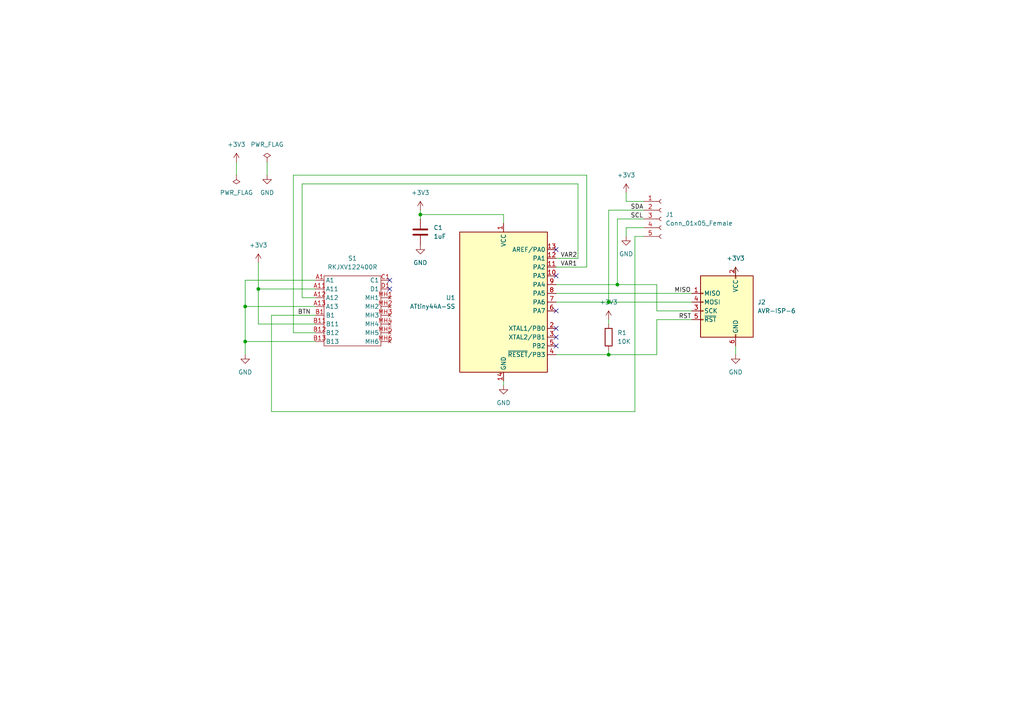
<source format=kicad_sch>
(kicad_sch (version 20211123) (generator eeschema)
  (paper "A4")
  (title_block (title "Thrustmaster Warthog ALPS RKJXV122400R Slew Mod") (date "2022-01-07") (rev "1"))
  (lib_symbols
    (symbol "Connector:AVR-ISP-6" (pin_names (offset 1.016))
      (property "Reference" "J" (at -6.35 11.43 0))
      (property "Value" "AVR-ISP-6" (at 0 11.43 0))
      (symbol "AVR-ISP-6_0_1"
        (rectangle (start -2.667 -6.858) (end -2.413 -7.62))
        (rectangle (start -2.667 10.16) (end -2.413 9.398))
        (rectangle (start 7.62 -2.413) (end 6.858 -2.667))
        (rectangle (start 7.62 0.127) (end 6.858 -0.127))
        (rectangle (start 7.62 2.667) (end 6.858 2.413))
        (rectangle (start 7.62 5.207) (end 6.858 4.953))
        (rectangle (start 7.62 10.16) (end -7.62 -7.62) (stroke (width 0.254)) (fill (type background)))
      )
      (symbol "AVR-ISP-6_1_1"
        (pin passive line (at 10.16 5.08 180) (length 2.54) (name "MISO") (number "1"))
        (pin passive line (at -2.54 12.7 270) (length 2.54) (name "VCC") (number "2"))
        (pin passive line (at 10.16 0 180) (length 2.54) (name "SCK") (number "3"))
        (pin passive line (at 10.16 2.54 180) (length 2.54) (name "MOSI") (number "4"))
        (pin passive line (at 10.16 -2.54 180) (length 2.54) (name "~{RST}") (number "5"))
        (pin passive line (at -2.54 -10.16 90) (length 2.54) (name "GND") (number "6"))
      )
    )
    (symbol "Connector:Conn_01x05_Female" (pin_names (offset 1.016) hide)
      (property "Reference" "J" (at 0 7.62 0))
      (property "Value" "Conn_01x05_Female" (at 0 -7.62 0))
      (symbol "Conn_01x05_Female_1_1"
        (arc (start 0 -4.572) (mid -0.508 -5.08) (end 0 -5.588) (stroke (width 0.1524)))
        (arc (start 0 -2.032) (mid -0.508 -2.54) (end 0 -3.048) (stroke (width 0.1524)))
        (polyline (pts (xy -1.27 -5.08) (xy -0.508 -5.08)) (stroke (width 0.1524)))
        (polyline (pts (xy -1.27 -2.54) (xy -0.508 -2.54)) (stroke (width 0.1524)))
        (polyline (pts (xy -1.27 0) (xy -0.508 0)) (stroke (width 0.1524)))
        (polyline (pts (xy -1.27 2.54) (xy -0.508 2.54)) (stroke (width 0.1524)))
        (polyline (pts (xy -1.27 5.08) (xy -0.508 5.08)) (stroke (width 0.1524)))
        (arc (start 0 0.508) (mid -0.508 0) (end 0 -0.508) (stroke (width 0.1524)))
        (arc (start 0 3.048) (mid -0.508 2.54) (end 0 2.032) (stroke (width 0.1524)))
        (arc (start 0 5.588) (mid -0.508 5.08) (end 0 4.572) (stroke (width 0.1524)))
        (pin passive line (at -5.08 5.08 0) (length 3.81) (name "Pin_1") (number "1"))
        (pin passive line (at -5.08 2.54 0) (length 3.81) (name "Pin_2") (number "2"))
        (pin passive line (at -5.08 0 0) (length 3.81) (name "Pin_3") (number "3"))
        (pin passive line (at -5.08 -2.54 0) (length 3.81) (name "Pin_4") (number "4"))
        (pin passive line (at -5.08 -5.08 0) (length 3.81) (name "Pin_5") (number "5"))
      )
    )
    (symbol "Device:C" (pin_numbers hide) (pin_names (offset 0.254))
      (property "Reference" "C" (at 0.635 2.54 0))
      (property "Value" "C" (at 0.635 -2.54 0))
      (symbol "C_0_1"
        (polyline (pts (xy -2.032 -0.762) (xy 2.032 -0.762)) (stroke (width 0.508)))
        (polyline (pts (xy -2.032 0.762) (xy 2.032 0.762)) (stroke (width 0.508)))
      )
      (symbol "C_1_1"
        (pin passive line (at 0 3.81 270) (length 2.794) (name "~") (number "1"))
        (pin passive line (at 0 -3.81 90) (length 2.794) (name "~") (number "2"))
      )
    )
    (symbol "Device:R" (pin_numbers hide) (pin_names (offset 0))
      (property "Reference" "R" (at 2.032 0 90))
      (property "Value" "R" (at 0 0 90))
      (symbol "R_0_1"
        (rectangle (start -1.016 -2.54) (end 1.016 2.54) (stroke (width 0.254)))
      )
      (symbol "R_1_1"
        (pin passive line (at 0 3.81 270) (length 1.27) (name "~") (number "1"))
        (pin passive line (at 0 -3.81 90) (length 1.27) (name "~") (number "2"))
      )
    )
    (symbol "MCU_Microchip_ATtiny:ATtiny44A-SS"
      (property "Reference" "U" (at -12.7 21.59 0))
      (property "Value" "ATtiny44A-SS" (at 2.54 -21.59 0))
      (symbol "ATtiny44A-SS_0_1"
        (rectangle (start -12.7 -20.32) (end 12.7 20.32) (stroke (width 0.254)) (fill (type background)))
      )
      (symbol "ATtiny44A-SS_1_1"
        (pin power_in line (at 0 22.86 270) (length 2.54) (name "VCC") (number "1"))
        (pin bidirectional line (at 15.24 7.62 180) (length 2.54) (name "PA3") (number "10"))
        (pin bidirectional line (at 15.24 10.16 180) (length 2.54) (name "PA2") (number "11"))
        (pin bidirectional line (at 15.24 12.7 180) (length 2.54) (name "PA1") (number "12"))
        (pin bidirectional line (at 15.24 15.24 180) (length 2.54) (name "AREF/PA0") (number "13"))
        (pin power_in line (at 0 -22.86 90) (length 2.54) (name "GND") (number "14"))
        (pin bidirectional line (at 15.24 -7.62 180) (length 2.54) (name "XTAL1/PB0") (number "2"))
        (pin bidirectional line (at 15.24 -10.16 180) (length 2.54) (name "XTAL2/PB1") (number "3"))
        (pin bidirectional line (at 15.24 -15.24 180) (length 2.54) (name "~{RESET}/PB3") (number "4"))
        (pin bidirectional line (at 15.24 -12.7 180) (length 2.54) (name "PB2") (number "5"))
        (pin bidirectional line (at 15.24 -2.54 180) (length 2.54) (name "PA7") (number "6"))
        (pin bidirectional line (at 15.24 0 180) (length 2.54) (name "PA6") (number "7"))
        (pin bidirectional line (at 15.24 2.54 180) (length 2.54) (name "PA5") (number "8"))
        (pin bidirectional line (at 15.24 5.08 180) (length 2.54) (name "PA4") (number "9"))
      )
    )
    (symbol "RKJXV122400R:RKJXV122400R"
      (property "Reference" "S" (at -2.54 -21.59 0))
      (property "Value" "RKJXV122400R" (at 5.08 1.27 0))
      (symbol "RKJXV122400R_0_1"
        (rectangle (start -3.81 0) (end 12.7 -20.32))
      )
      (symbol "RKJXV122400R_1_1"
        (pin passive line (at -6.35 -1.27 0) (length 2.54) (name "A1") (number "A1"))
        (pin power_in line (at -6.35 -3.81 0) (length 2.54) (name "A11") (number "A11"))
        (pin output line (at -6.35 -6.35 0) (length 2.54) (name "A12") (number "A12"))
        (pin power_in line (at -6.35 -8.89 0) (length 2.54) (name "A13") (number "A13"))
        (pin passive line (at -6.35 -11.43 0) (length 2.54) (name "B1") (number "B1"))
        (pin power_in line (at -6.35 -13.97 0) (length 2.54) (name "B11") (number "B11"))
        (pin output line (at -6.35 -16.51 0) (length 2.54) (name "B12") (number "B12"))
        (pin power_in line (at -6.35 -19.05 0) (length 2.54) (name "B13") (number "B13"))
        (pin passive line (at 15.24 -1.27 180) (length 2.54) (name "C1") (number "C1"))
        (pin passive line (at 15.24 -3.81 180) (length 2.54) (name "D1") (number "D1"))
        (pin no_connect line (at 15.24 -6.35 180) (length 2.54) (name "MH1") (number "MH1"))
        (pin no_connect line (at 15.24 -8.89 180) (length 2.54) (name "MH2") (number "MH2"))
        (pin no_connect line (at 15.24 -11.43 180) (length 2.54) (name "MH3") (number "MH3"))
        (pin no_connect line (at 15.24 -13.97 180) (length 2.54) (name "MH4") (number "MH4"))
        (pin no_connect line (at 15.24 -16.51 180) (length 2.54) (name "MH5") (number "MH5"))
        (pin no_connect line (at 15.24 -19.05 180) (length 2.54) (name "MH6") (number "MH6"))
      )
    )
    (symbol "power:+3V3" (power) (pin_names (offset 0))
      (property "Value" "+3V3" (at 0 3.556 0))
      (symbol "+3V3_0_1"
        (polyline (pts (xy -0.762 1.27) (xy 0 2.54)))
        (polyline (pts (xy 0 0) (xy 0 2.54)))
        (polyline (pts (xy 0 2.54) (xy 0.762 1.27)))
      )
      (symbol "+3V3_1_1"
        (pin power_in line (at 0 0 90) (length 0) hide (name "+3V3") (number "1"))
      )
    )
    (symbol "power:GND" (power) (pin_names (offset 0))
      (property "Value" "GND" (at 0 -3.81 0))
      (symbol "GND_0_1"
        (polyline (pts (xy 0 0) (xy 0 -1.27) (xy 1.27 -1.27) (xy 0 -2.54) (xy -1.27 -1.27) (xy 0 -1.27)))
      )
      (symbol "GND_1_1"
        (pin power_in line (at 0 0 270) (length 0) hide (name "GND") (number "1"))
      )
    )
    (symbol "power:PWR_FLAG" (power) (pin_numbers hide) (pin_names (offset 0) hide)
      (property "Value" "PWR_FLAG" (at 0 3.81 0))
      (symbol "PWR_FLAG_0_0"
        (pin power_out line (at 0 0 90) (length 0) (name "pwr") (number "1"))
      )
      (symbol "PWR_FLAG_0_1"
        (polyline (pts (xy 0 0) (xy 0 1.27) (xy -1.016 1.905) (xy 0 2.54) (xy 1.016 1.905) (xy 0 1.27)))
      )
    )
  )
  (junction (at 176.53 102.87))
  (junction (at 121.92 62.23))
  (junction (at 176.53 87.63))
  (junction (at 179.07 82.55))
  (junction (at 71.12 99.06))
  (junction (at 71.12 88.9))
  (junction (at 74.93 83.82))
  (no_connect (at 113.03 81.28))
  (no_connect (at 113.03 83.82))
  (no_connect (at 161.29 95.25))
  (no_connect (at 161.29 90.17))
  (no_connect (at 161.29 100.33))
  (no_connect (at 161.29 97.79))
  (no_connect (at 161.29 80.01))
  (no_connect (at 161.29 72.39))
  (wire (pts (xy 68.58 46.99) (xy 68.58 50.8)))
  (wire (pts (xy 176.53 60.96) (xy 176.53 87.63)))
  (wire (pts (xy 71.12 81.28) (xy 71.12 88.9)))
  (wire (pts (xy 181.61 55.88) (xy 181.61 58.42)))
  (wire (pts (xy 71.12 88.9) (xy 71.12 99.06)))
  (wire (pts (xy 176.53 87.63) (xy 200.66 87.63)))
  (wire (pts (xy 85.09 96.52) (xy 85.09 50.8)))
  (wire (pts (xy 71.12 99.06) (xy 71.12 102.87)))
  (wire (pts (xy 87.63 53.34) (xy 167.64 53.34)))
  (wire (pts (xy 161.29 74.93) (xy 167.64 74.93)))
  (wire (pts (xy 176.53 93.98) (xy 176.53 92.71)))
  (wire (pts (xy 186.69 68.58) (xy 184.15 68.58)))
  (wire (pts (xy 170.18 50.8) (xy 170.18 77.47)))
  (wire (pts (xy 87.63 86.36) (xy 91.44 86.36)))
  (wire (pts (xy 179.07 63.5) (xy 179.07 82.55)))
  (wire (pts (xy 78.74 119.38) (xy 78.74 91.44)))
  (wire (pts (xy 213.36 77.47) (xy 213.36 80.01)))
  (wire (pts (xy 87.63 86.36) (xy 87.63 53.34)))
  (wire (pts (xy 200.66 90.17) (xy 190.5 90.17)))
  (wire (pts (xy 74.93 76.2) (xy 74.93 83.82)))
  (wire (pts (xy 186.69 63.5) (xy 179.07 63.5)))
  (wire (pts (xy 146.05 110.49) (xy 146.05 111.76)))
  (wire (pts (xy 146.05 62.23) (xy 146.05 64.77)))
  (wire (pts (xy 74.93 83.82) (xy 74.93 93.98)))
  (wire (pts (xy 71.12 88.9) (xy 91.44 88.9)))
  (wire (pts (xy 161.29 102.87) (xy 176.53 102.87)))
  (wire (pts (xy 77.47 46.99) (xy 77.47 50.8)))
  (wire (pts (xy 170.18 77.47) (xy 161.29 77.47)))
  (wire (pts (xy 161.29 82.55) (xy 179.07 82.55)))
  (wire (pts (xy 121.92 62.23) (xy 146.05 62.23)))
  (wire (pts (xy 71.12 81.28) (xy 91.44 81.28)))
  (wire (pts (xy 176.53 60.96) (xy 186.69 60.96)))
  (wire (pts (xy 190.5 92.71) (xy 190.5 102.87)))
  (wire (pts (xy 85.09 50.8) (xy 170.18 50.8)))
  (wire (pts (xy 91.44 93.98) (xy 74.93 93.98)))
  (wire (pts (xy 121.92 62.23) (xy 121.92 63.5)))
  (wire (pts (xy 190.5 92.71) (xy 200.66 92.71)))
  (wire (pts (xy 176.53 102.87) (xy 190.5 102.87)))
  (wire (pts (xy 74.93 83.82) (xy 91.44 83.82)))
  (wire (pts (xy 213.36 100.33) (xy 213.36 102.87)))
  (wire (pts (xy 71.12 99.06) (xy 91.44 99.06)))
  (wire (pts (xy 186.69 58.42) (xy 181.61 58.42)))
  (wire (pts (xy 167.64 74.93) (xy 167.64 53.34)))
  (wire (pts (xy 176.53 101.6) (xy 176.53 102.87)))
  (wire (pts (xy 184.15 68.58) (xy 184.15 119.38)))
  (wire (pts (xy 179.07 82.55) (xy 190.5 82.55)))
  (wire (pts (xy 181.61 66.04) (xy 181.61 68.58)))
  (wire (pts (xy 91.44 96.52) (xy 85.09 96.52)))
  (wire (pts (xy 190.5 82.55) (xy 190.5 90.17)))
  (wire (pts (xy 78.74 91.44) (xy 91.44 91.44)))
  (wire (pts (xy 161.29 85.09) (xy 200.66 85.09)))
  (wire (pts (xy 186.69 66.04) (xy 181.61 66.04)))
  (wire (pts (xy 121.92 60.96) (xy 121.92 62.23)))
  (wire (pts (xy 161.29 87.63) (xy 176.53 87.63)))
  (wire (pts (xy 184.15 119.38) (xy 78.74 119.38)))
  (label "MISO" (at 195.58 85.09 0))
  (label "VAR2" (at 162.56 74.93 0))
  (label "SDA" (at 182.88 60.96 0))
  (label "SCL" (at 182.88 63.5 0))
  (label "VAR1" (at 162.56 77.47 0))
  (label "RST" (at 196.85 92.71 0))
  (label "BTN" (at 86.36 91.44 0))
  (symbol (lib_id "Device:R") (at 176.53 97.79 0) (unit 1)
    (property "Reference" "R1" (at 179.07 96.5199 0) (effects (justify left)))
    (property "Value" "10K" (at 179.07 99.0599 0) (effects (justify left)))
    (property "Footprint" "Resistor_SMD:R_0805_2012Metric" (effects hide))
  )
  (symbol (lib_id "Device:C") (at 121.92 67.31 0) (unit 1)
    (property "Reference" "C1" (at 125.73 66.0399 0) (effects (justify left)))
    (property "Value" "1uF" (at 125.73 68.5799 0) (effects (justify left)))
    (property "Footprint" "Capacitor_SMD:C_0805_2012Metric" (effects hide))
  )
  (symbol (lib_id "power:PWR_FLAG") (at 77.47 46.99 0) (unit 1)
    (property "Reference" "#FLG0102" (effects hide))
    (property "Value" "PWR_FLAG" (at 77.47 41.91 0))
  )
  (symbol (lib_id "power:+3V3") (at 68.58 46.99 0) (unit 1)
    (property "Reference" "#PWR0104" (effects hide))
    (property "Value" "+3V3" (at 68.58 41.91 0))
  )
  (symbol (lib_id "power:GND") (at 71.12 102.87 0) (unit 1)
    (property "Reference" "#PWR0111" (effects hide))
    (property "Value" "GND" (at 71.12 107.95 0))
  )
  (symbol (lib_id "power:+3V3") (at 121.92 60.96 0) (unit 1)
    (property "Reference" "#PWR0105" (effects hide))
    (property "Value" "+3V3" (at 121.92 55.88 0))
  )
  (symbol (lib_id "MCU_Microchip_ATtiny:ATtiny44A-SS") (at 146.05 87.63 0) (unit 1)
    (property "Reference" "U1" (at 132.08 86.3599 0) (effects (justify right)))
    (property "Value" "ATtiny44A-SS" (at 132.08 88.8999 0) (effects (justify right)))
    (property "Footprint" "Package_SO:SOIC-14_3.9x8.7mm_P1.27mm" (effects hide))
    (property "Datasheet" "http://ww1.microchip.com/downloads/en/DeviceDoc/doc8183.pdf" (effects hide))
  )
  (symbol (lib_id "power:GND") (at 213.36 102.87 0) (unit 1)
    (property "Reference" "#PWR0107" (effects hide))
    (property "Value" "GND" (at 213.36 107.95 0))
  )
  (symbol (lib_id "power:GND") (at 121.92 71.12 0) (unit 1)
    (property "Reference" "#PWR0103" (effects hide))
    (property "Value" "GND" (at 121.92 76.2 0))
  )
  (symbol (lib_id "power:GND") (at 146.05 111.76 0) (unit 1)
    (property "Reference" "#PWR0102" (effects hide))
    (property "Value" "GND" (at 146.05 116.84 0))
  )
  (symbol (lib_id "power:GND") (at 77.47 50.8 0) (unit 1)
    (property "Reference" "#PWR0112" (effects hide))
    (property "Value" "GND" (at 77.47 55.88 0))
  )
  (symbol (lib_id "RKJXV122400R:RKJXV122400R") (at 97.79 80.01 0) (unit 1)
    (property "Reference" "S1" (at 102.235 74.93 0))
    (property "Value" "RKJXV122400R" (at 102.235 77.47 0))
    (property "Footprint" "SamacSys_Parts:RKJXV122400R" (effects hide))
  )
  (symbol (lib_id "power:+3V3") (at 213.36 80.01 0) (unit 1)
    (property "Reference" "#PWR0109" (effects hide))
    (property "Value" "+3V3" (at 213.36 74.93 0))
  )
  (symbol (lib_id "power:+3V3") (at 181.61 55.88 0) (unit 1)
    (property "Reference" "#PWR0106" (effects hide))
    (property "Value" "+3V3" (at 181.61 50.8 0))
  )
  (symbol (lib_id "power:+3V3") (at 74.93 76.2 0) (unit 1)
    (property "Reference" "#PWR0110" (effects hide))
    (property "Value" "+3V3" (at 74.93 71.12 0))
  )
  (symbol (lib_id "power:GND") (at 181.61 68.58 0) (unit 1)
    (property "Reference" "#PWR0108" (effects hide))
    (property "Value" "GND" (at 181.61 73.66 0))
  )
  (symbol (lib_id "power:PWR_FLAG") (at 68.58 50.8 180) (unit 1)
    (property "Reference" "#FLG0101" (effects hide))
    (property "Value" "PWR_FLAG" (at 68.58 55.88 0))
  )
  (symbol (lib_id "Connector:AVR-ISP-6") (at 210.82 90.17 0) (mirror y) (unit 1)
    (property "Reference" "J2" (at 219.71 87.6299 0) (effects (justify right)))
    (property "Value" "AVR-ISP-6" (at 219.71 90.1699 0) (effects (justify right)))
    (property "Footprint" "Connector_PinHeader_1.00mm:PinHeader_1x06_P1.00mm_Vertical" (effects hide))
    (property "Datasheet" " ~" (effects hide))
  )
  (symbol (lib_id "power:+3V3") (at 176.53 92.71 0) (unit 1)
    (property "Reference" "#PWR0101" (effects hide))
    (property "Value" "+3V3" (at 176.53 87.63 0))
  )
  (symbol (lib_id "Connector:Conn_01x05_Female") (at 191.77 63.5 0) (unit 1)
    (property "Reference" "J1" (at 193.04 62.2299 0) (effects (justify left)))
    (property "Value" "Conn_01x05_Female" (at 193.04 64.7699 0) (effects (justify left)))
    (property "Footprint" "Connector_Molex:Molex_PicoBlade_53047-0510_1x05_P1.25mm_Vertical" (effects hide))
  )
)
</source>
